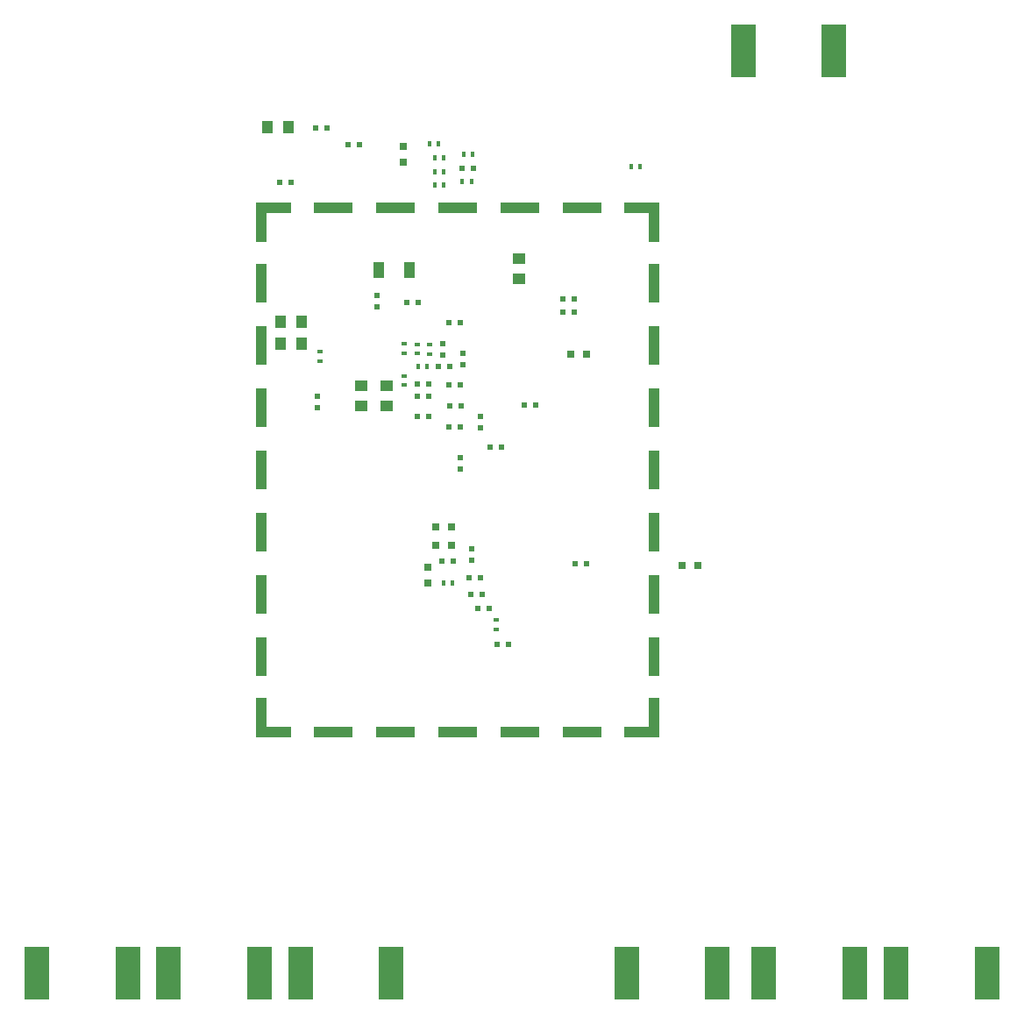
<source format=gbp>
G04 #@! TF.FileFunction,Paste,Bot*
%FSLAX46Y46*%
G04 Gerber Fmt 4.6, Leading zero omitted, Abs format (unit mm)*
G04 Created by KiCad (PCBNEW 4.0.4-stable) date Sun Nov  6 13:49:44 2016*
%MOMM*%
%LPD*%
G01*
G04 APERTURE LIST*
%ADD10C,0.100000*%
%ADD11R,0.600000X0.500000*%
%ADD12R,0.500000X0.600000*%
%ADD13R,1.000000X3.800000*%
%ADD14R,3.800000X1.000000*%
%ADD15R,1.000000X3.850000*%
%ADD16R,3.350000X1.000000*%
%ADD17R,2.413000X5.080000*%
%ADD18R,0.800000X0.750000*%
%ADD19R,0.750000X0.800000*%
%ADD20R,1.000000X1.250000*%
%ADD21R,1.000000X1.600000*%
%ADD22R,1.250000X1.000000*%
%ADD23R,0.400000X0.600000*%
%ADD24R,0.600000X0.400000*%
G04 APERTURE END LIST*
D10*
D11*
X69380000Y-100980000D03*
X68280000Y-100980000D03*
D12*
X71160000Y-100950000D03*
X71160000Y-99850000D03*
D13*
X50850000Y-92200000D03*
X50850000Y-98200000D03*
X50850000Y-104200000D03*
X50850000Y-110200000D03*
X50850000Y-86200000D03*
X50850000Y-80200000D03*
X50850000Y-74200000D03*
X88750000Y-92200000D03*
X88750000Y-86200000D03*
X88750000Y-80200000D03*
X88750000Y-74200000D03*
X88750000Y-98200000D03*
X88750000Y-104200000D03*
X88750000Y-110200000D03*
D14*
X69800000Y-66900000D03*
X63800000Y-66900000D03*
X57800000Y-66900000D03*
X75800000Y-66900000D03*
X81800000Y-66900000D03*
X81800000Y-117500000D03*
X75800000Y-117500000D03*
X69800000Y-117500000D03*
X63800000Y-117500000D03*
X57800000Y-117500000D03*
D15*
X50850000Y-116075000D03*
D16*
X52025000Y-117500000D03*
X87575000Y-117500000D03*
D15*
X88750000Y-116075000D03*
X88750000Y-68325000D03*
X50850000Y-68325000D03*
D16*
X87575000Y-66900000D03*
X52025000Y-66900000D03*
D17*
X106131500Y-51690000D03*
X97368500Y-51690000D03*
X99368500Y-140810000D03*
X108131500Y-140810000D03*
X29168500Y-140810000D03*
X37931500Y-140810000D03*
D11*
X72190000Y-104210000D03*
X71090000Y-104210000D03*
D18*
X67680000Y-97740000D03*
X69180000Y-97740000D03*
X67690000Y-99480000D03*
X69190000Y-99480000D03*
D11*
X72840000Y-105590000D03*
X71740000Y-105590000D03*
D18*
X91500000Y-101410000D03*
X93000000Y-101410000D03*
D11*
X71980000Y-102590000D03*
X70880000Y-102590000D03*
D19*
X66960000Y-103080000D03*
X66960000Y-101580000D03*
D11*
X81110000Y-101260000D03*
X82210000Y-101260000D03*
X73580000Y-109040000D03*
X74680000Y-109040000D03*
X70260000Y-63050000D03*
X71360000Y-63050000D03*
X56120000Y-59180000D03*
X57220000Y-59180000D03*
X53750000Y-64400000D03*
X52650000Y-64400000D03*
X59250000Y-60800000D03*
X60350000Y-60800000D03*
D20*
X53430000Y-59070000D03*
X51430000Y-59070000D03*
D19*
X64520000Y-62460000D03*
X64520000Y-60960000D03*
D20*
X54710000Y-79990000D03*
X52710000Y-79990000D03*
D11*
X64910000Y-75990000D03*
X66010000Y-75990000D03*
D12*
X61990000Y-76470000D03*
X61990000Y-75370000D03*
X56270000Y-86150000D03*
X56270000Y-85050000D03*
D20*
X54710000Y-77910000D03*
X52710000Y-77910000D03*
D11*
X68960000Y-78000000D03*
X70060000Y-78000000D03*
D12*
X70290000Y-80940000D03*
X70290000Y-82040000D03*
D21*
X62150000Y-72900000D03*
X65150000Y-72900000D03*
D22*
X75690000Y-73770000D03*
X75690000Y-71770000D03*
D12*
X70040000Y-90980000D03*
X70040000Y-92080000D03*
D11*
X65950000Y-85090000D03*
X67050000Y-85090000D03*
D22*
X60480000Y-86030000D03*
X60480000Y-84030000D03*
X62960000Y-86040000D03*
X62960000Y-84040000D03*
D11*
X67960000Y-82210000D03*
X69060000Y-82210000D03*
X65920000Y-87010000D03*
X67020000Y-87010000D03*
X67050000Y-83890000D03*
X65950000Y-83890000D03*
X68950000Y-88020000D03*
X70050000Y-88020000D03*
X69000000Y-86010000D03*
X70100000Y-86010000D03*
X72940000Y-89990000D03*
X74040000Y-89990000D03*
X70060000Y-84010000D03*
X68960000Y-84010000D03*
D12*
X71990000Y-87010000D03*
X71990000Y-88110000D03*
X68350000Y-81070000D03*
X68350000Y-79970000D03*
D11*
X76200000Y-85960000D03*
X77300000Y-85960000D03*
D18*
X80750000Y-81000000D03*
X82250000Y-81000000D03*
D11*
X81070000Y-75670000D03*
X79970000Y-75670000D03*
X81060000Y-76990000D03*
X79960000Y-76990000D03*
D23*
X86540000Y-62910000D03*
X87440000Y-62910000D03*
D24*
X73510000Y-106690000D03*
X73510000Y-107590000D03*
D23*
X69320000Y-103110000D03*
X68420000Y-103110000D03*
X70360000Y-61680000D03*
X71260000Y-61680000D03*
X67080000Y-60690000D03*
X67980000Y-60690000D03*
X70250000Y-64350000D03*
X71150000Y-64350000D03*
X67570000Y-64680000D03*
X68470000Y-64680000D03*
X67570000Y-63380000D03*
X68470000Y-63380000D03*
X67570000Y-62080000D03*
X68470000Y-62080000D03*
D24*
X64670000Y-83110000D03*
X64670000Y-84010000D03*
X56470000Y-80780000D03*
X56470000Y-81680000D03*
D23*
X66870000Y-82210000D03*
X65970000Y-82210000D03*
D24*
X64650000Y-80040000D03*
X64650000Y-80940000D03*
X65940000Y-80050000D03*
X65940000Y-80950000D03*
X67110000Y-80990000D03*
X67110000Y-80090000D03*
D17*
X41868500Y-140810000D03*
X50631500Y-140810000D03*
X54618500Y-140810000D03*
X63381500Y-140810000D03*
X86118500Y-140810000D03*
X94881500Y-140810000D03*
X112168500Y-140810000D03*
X120931500Y-140810000D03*
M02*

</source>
